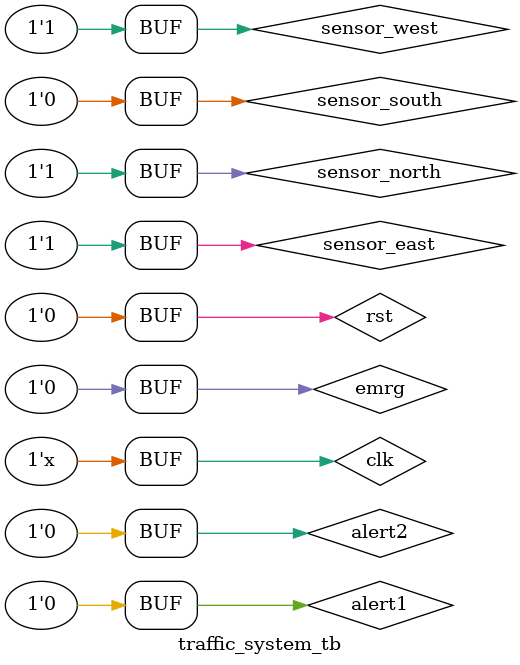
<source format=v>
`timescale 1ps / 1ps

module traffic_system_tb( );
    reg clk, rst, alert1, alert2, emrg;
    reg sensor_north, sensor_east, sensor_south, sensor_west;
    wire[2:0] NS,NW,EW,EN,SN,SE,WE,WS;
    wire ambulance,police;
    wire[4:0] count;
    
    traffic_system DUT (.clk(clk), .rst(rst), .alert1(alert1), .alert2(alert2), .emrg(emrg),
                        .sensor_north(sensor_north), .sensor_east(sensor_east), .sensor_south(sensor_south), .sensor_west(sensor_west),
                        .NS(NS), .NW(NW), .EW(EW), .EN(EN), .SN(SN), .SE(SE), .WE(WE), .WS(WS),
                        .ambulance(ambulance), .police(police), .count(count)
                        );
           
   always #5 clk=~clk;
   initial begin
        clk=0; rst=0; alert1=0; alert2=0; emrg=0;
        sensor_north=1; sensor_east=1; sensor_south=1; sensor_west=1;
        
        #2000; emrg=1;
        #30; emrg=0;
        #50; rst=1;
        #10; rst=0;
        #1000; sensor_north=0; sensor_east=0;
        #1000; sensor_north=1; sensor_east=1; sensor_south=0;
        #1000; sensor_south=0;
        #50; alert1=1;
        #50; alert1=0;
   end
endmodule

</source>
